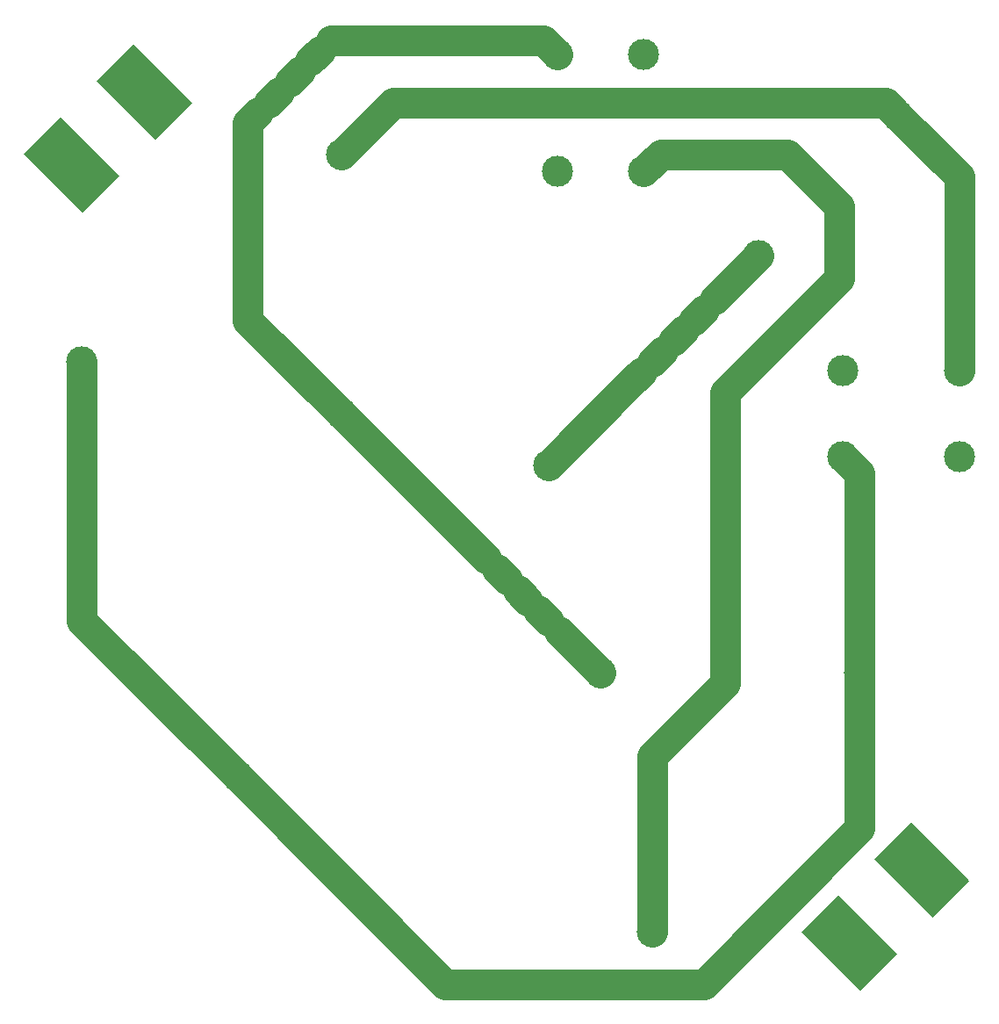
<source format=gbr>
G04 #@! TF.FileFunction,Copper,L1,Top,Signal*
%FSLAX46Y46*%
G04 Gerber Fmt 4.6, Leading zero omitted, Abs format (unit mm)*
G04 Created by KiCad (PCBNEW 4.0.6) date 12/04/17 20:42:28*
%MOMM*%
%LPD*%
G01*
G04 APERTURE LIST*
%ADD10C,0.050000*%
%ADD11C,3.000000*%
%ADD12C,0.600000*%
%ADD13C,3.000000*%
G04 APERTURE END LIST*
D10*
D11*
X100000000Y-100000000D03*
X160000000Y-90000000D03*
X85000000Y-60000000D03*
X140000000Y-115000000D03*
X110000000Y-40000000D03*
X110000000Y-65000000D03*
X135000000Y-90000000D03*
X130000000Y-70000000D03*
D10*
G36*
X163596194Y-117060660D02*
X160060660Y-120596194D01*
X154403806Y-114939340D01*
X157939340Y-111403806D01*
X163596194Y-117060660D01*
X163596194Y-117060660D01*
G37*
G36*
X170596194Y-110060660D02*
X167060660Y-113596194D01*
X161403806Y-107939340D01*
X164939340Y-104403806D01*
X170596194Y-110060660D01*
X170596194Y-110060660D01*
G37*
G36*
X95596194Y-35060660D02*
X92060660Y-38596194D01*
X86403806Y-32939340D01*
X89939340Y-29403806D01*
X95596194Y-35060660D01*
X95596194Y-35060660D01*
G37*
G36*
X88596194Y-42060660D02*
X85060660Y-45596194D01*
X79403806Y-39939340D01*
X82939340Y-36403806D01*
X88596194Y-42060660D01*
X88596194Y-42060660D01*
G37*
D11*
X150264808Y-49735192D03*
X163735192Y-36264808D03*
X158350000Y-69150000D03*
X169650000Y-69150000D03*
X169650000Y-60850000D03*
X158350000Y-60850000D03*
X130850000Y-30350000D03*
X130850000Y-41650000D03*
X139150000Y-41650000D03*
X139150000Y-30350000D03*
D12*
X140000000Y-112000000D03*
X140000000Y-105000000D03*
X140000000Y-104000000D03*
X140000000Y-106000000D03*
X140000000Y-107000000D03*
X140000000Y-108000000D03*
X140000000Y-109000000D03*
X140000000Y-110000000D03*
X140000000Y-111000000D03*
X131000000Y-86000000D03*
X124000000Y-79000000D03*
X125000000Y-80000000D03*
X126000000Y-81000000D03*
X127000000Y-82000000D03*
X128000000Y-83000000D03*
X129000000Y-84000000D03*
X130000000Y-85000000D03*
X109000000Y-29000000D03*
X102000000Y-36000000D03*
X103000000Y-35000000D03*
X104000000Y-34000000D03*
X105000000Y-33000000D03*
X106000000Y-32000000D03*
X107000000Y-31000000D03*
X108000000Y-30000000D03*
X146000000Y-54000000D03*
X139000000Y-61000000D03*
X140000000Y-60000000D03*
X141000000Y-59000000D03*
X142000000Y-58000000D03*
X143000000Y-57000000D03*
X144000000Y-56000000D03*
X145000000Y-55000000D03*
D13*
X100000000Y-100000000D02*
X120000000Y-120000000D01*
X120000000Y-120000000D02*
X145000000Y-120000000D01*
X145000000Y-120000000D02*
X160000000Y-105000000D01*
X160000000Y-105000000D02*
X160000000Y-90000000D01*
X100000000Y-100000000D02*
X85000000Y-85000000D01*
X85000000Y-85000000D02*
X85000000Y-60000000D01*
X160000000Y-90000000D02*
X160000000Y-70800000D01*
X160000000Y-70800000D02*
X158350000Y-69150000D01*
X140000000Y-115000000D02*
X140000000Y-112000000D01*
X140000000Y-105000000D02*
X140000000Y-104000000D01*
X140000000Y-107000000D02*
X140000000Y-106000000D01*
X140000000Y-109000000D02*
X140000000Y-108000000D01*
X140000000Y-111000000D02*
X140000000Y-110000000D01*
X140000000Y-112000000D02*
X140000000Y-98000000D01*
X147000000Y-63000000D02*
X158000000Y-52000000D01*
X158000000Y-52000000D02*
X158000000Y-45000000D01*
X153000000Y-40000000D02*
X140800000Y-40000000D01*
X140800000Y-40000000D02*
X139150000Y-41650000D01*
X158000000Y-45000000D02*
X153000000Y-40000000D01*
X147000000Y-91000000D02*
X147000000Y-63000000D01*
X140000000Y-98000000D02*
X147000000Y-91000000D01*
X115000000Y-35000000D02*
X162470384Y-35000000D01*
X110000000Y-40000000D02*
X115000000Y-35000000D01*
X162470384Y-35000000D02*
X163735192Y-36264808D01*
X169650000Y-42198077D02*
X169650000Y-42179616D01*
X169650000Y-60850000D02*
X169650000Y-42198077D01*
X169650000Y-42179616D02*
X163735192Y-36264808D01*
X123000000Y-78000000D02*
X124000000Y-79000000D01*
X126000000Y-81000000D02*
X125000000Y-80000000D01*
X128000000Y-83000000D02*
X127000000Y-82000000D01*
X130000000Y-85000000D02*
X129000000Y-84000000D01*
X101000000Y-37000000D02*
X102000000Y-36000000D01*
X104000000Y-34000000D02*
X103000000Y-35000000D01*
X106000000Y-32000000D02*
X105000000Y-33000000D01*
X108000000Y-30000000D02*
X107000000Y-31000000D01*
X101000000Y-37000000D02*
X101000000Y-56000000D01*
X130850000Y-30350000D02*
X129500000Y-29000000D01*
X101000000Y-56000000D02*
X110000000Y-65000000D01*
X129500000Y-29000000D02*
X109000000Y-29000000D01*
X135000000Y-90000000D02*
X131000000Y-86000000D01*
X123000000Y-78000000D02*
X110000000Y-65000000D01*
X138000000Y-62000000D02*
X139000000Y-61000000D01*
X141000000Y-59000000D02*
X140000000Y-60000000D01*
X143000000Y-57000000D02*
X142000000Y-58000000D01*
X145000000Y-55000000D02*
X144000000Y-56000000D01*
X130000000Y-70000000D02*
X138000000Y-62000000D01*
X146000000Y-54000000D02*
X150264808Y-49735192D01*
M02*

</source>
